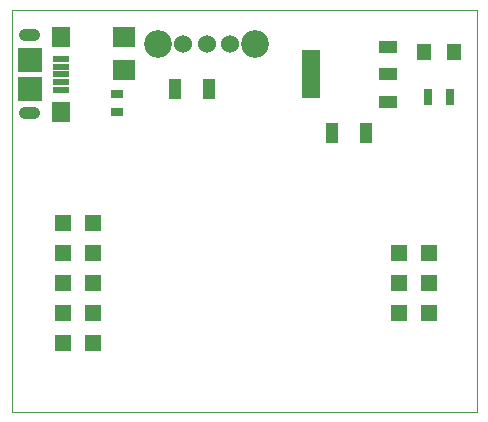
<source format=gts>
G75*
%MOIN*%
%OFA0B0*%
%FSLAX25Y25*%
%IPPOS*%
%LPD*%
%AMOC8*
5,1,8,0,0,1.08239X$1,22.5*
%
%ADD10C,0.00000*%
%ADD11R,0.05715X0.01975*%
%ADD12R,0.05912X0.06699*%
%ADD13R,0.07880X0.07880*%
%ADD14C,0.03943*%
%ADD15R,0.06306X0.16148*%
%ADD16R,0.06306X0.04337*%
%ADD17R,0.07487X0.06699*%
%ADD18C,0.06000*%
%ADD19C,0.09258*%
%ADD20R,0.03943X0.02762*%
%ADD21R,0.04731X0.05321*%
%ADD22R,0.03156X0.05518*%
%ADD23R,0.05715X0.05715*%
%ADD24R,0.03943X0.06699*%
D10*
X0001824Y0001500D02*
X0001824Y0135500D01*
X0156824Y0135500D01*
X0156824Y0001500D01*
X0001824Y0001500D01*
D11*
X0018324Y0108882D03*
X0018324Y0111441D03*
X0018324Y0114000D03*
X0018324Y0116559D03*
X0018324Y0119118D03*
D12*
X0018324Y0126598D03*
X0018324Y0101402D03*
D13*
X0007792Y0109276D03*
X0007792Y0118724D03*
D14*
X0009190Y0126992D02*
X0009190Y0126992D01*
X0006434Y0126992D01*
X0006434Y0126992D01*
X0009190Y0126992D01*
X0009190Y0101008D02*
X0009190Y0101008D01*
X0006434Y0101008D01*
X0006434Y0101008D01*
X0009190Y0101008D01*
D15*
X0101529Y0114000D03*
D16*
X0127119Y0114000D03*
X0127119Y0123055D03*
X0127119Y0104945D03*
D17*
X0039324Y0115488D03*
X0039324Y0126512D03*
D18*
X0058924Y0124000D03*
X0066824Y0124000D03*
X0074724Y0124000D03*
D19*
X0082974Y0124000D03*
X0050674Y0124000D03*
D20*
X0036824Y0107453D03*
X0036824Y0101547D03*
D21*
X0139403Y0121500D03*
X0149245Y0121500D03*
D22*
X0148064Y0106500D03*
X0140584Y0106500D03*
D23*
X0140824Y0054500D03*
X0140824Y0044500D03*
X0140824Y0034500D03*
X0130824Y0034500D03*
X0130824Y0044500D03*
X0130824Y0054500D03*
X0028824Y0054500D03*
X0028824Y0044500D03*
X0028824Y0034500D03*
X0018824Y0034500D03*
X0018824Y0044500D03*
X0018824Y0054500D03*
X0018824Y0064500D03*
X0028824Y0064500D03*
X0028824Y0024500D03*
X0018824Y0024500D03*
D24*
X0108615Y0094500D03*
X0120033Y0094500D03*
X0067533Y0109000D03*
X0056115Y0109000D03*
M02*

</source>
